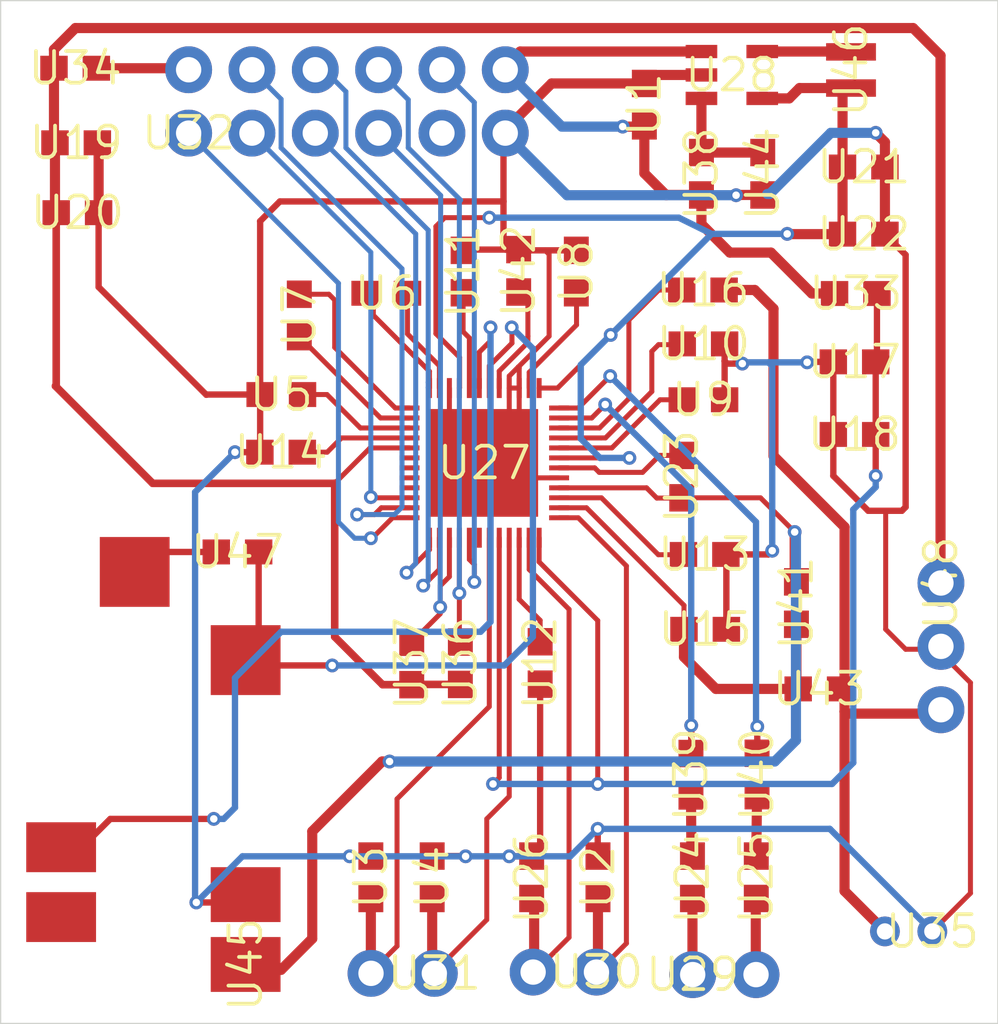
<source format=kicad_pcb>
(kicad_pcb (version 20221018) (generator pcbnew)
  (layers (0 "F.Cu" signal "Top") (31 "B.Cu" signal "Bottom") (34 "B.Paste" user) (35 "F.Paste" user) (36 "B.SilkS" user "B.Silkscreen") (37 "F.SilkS" user "F.Silkscreen") (38 "B.Mask" user) (39 "F.Mask" user) (44 "Edge.Cuts" user))
  (net 0 "")
  (net 1 "GND")
  (net 2 "3.3V")
  (net 3 "5V")
  (net 4 "/SPKVDD")
  (net 5 "/SPOLN")
  (net 6 "Net-(C20-Pad2)")
  (net 7 "/SPORP")
  (net 8 "/SPORN")
  (net 9 "Net-(IC1-Pad42)")
  (net 10 "/XAUDIO_IRQ")
  (net 11 "/XAUDIO_SDA")
  (net 12 "/XADUIO_SCL")
  (net 13 "/XAUDIO_I2S0_MCLK")
  (net 14 "/XADUIO_I2S0_BCLK")
  (net 15 "/XADUIO_I2S0_LRCKL")
  (net 16 "/XAUDIO_I2S0_DIN")
  (net 17 "/XAUDIO_I2S0_DOUT")
  (net 18 "Net-(IC1-Pad33)")
  (net 19 "Net-(IC1-Pad32)")
  (net 20 "Net-(IC1-Pad31)")
  (net 21 "Net-(IC1-Pad30)")
  (net 22 "/3.3VDD")
  (net 23 "Net-(C22-Pad2)")
  (net 24 "Net-(C14-Pad1)")
  (net 25 "Net-(C16-Pad2)")
  (net 26 "Net-(C16-Pad1)")
  (net 27 "Net-(C15-Pad1)")
  (net 28 "Net-(C15-Pad2)")
  (net 29 "/1.8VDD")
  (net 30 "Net-(C2-Pad1)")
  (net 31 "/HPOR")
  (net 32 "/HPOL")
  (net 33 "/CPVREF")
  (net 34 "Net-(C17-Pad2)")
  (net 35 "/LOUTR")
  (net 36 "/LOUTL")
  (net 37 "Net-(C24-Pad2)")
  (net 38 "Net-(C19-Pad2)")
  (net 39 "Net-(C18-Pad2)")
  (net 40 "Net-(C6-Pad2)")
  (net 41 "/IN1P")
  (net 42 "Net-(C21-Pad2)")
  (net 43 "/MICBIAS1")
  (net 44 "/SPOLP")
  (net 45 "/IN2P")
  (net 46 "Net-(U1-Pad6)")
  (net 47 "Net-(R10-Pad2)")
  (net 48 "Net-(C8-Pad2)")
  (net 49 "Net-(C7-Pad2)")
  (net 50 "Net-(J4-Pad9)")
  (net 51 "Net-(C7-Pad1)")
  (net 52 "Net-(C8-Pad1)")
  (net 53 "Net-(IC2-Pad5)")
  (net 54 "Net-(IC2-Pad3)")
  (footprint "audioCodec:0603" (layer "F.Cu") (at 154.3211 88.6736 -90)
    (fp_text reference "U1")
    (fp_text value "")
  )
  (footprint "audioCodec:0603" (layer "F.Cu") (at 152.4611 119.6436 90)
    (fp_text reference "U2")
    (fp_text value "")
  )
  (footprint "audioCodec:0603" (layer "F.Cu") (at 143.3511 119.6436 90)
    (fp_text reference "U3")
    (fp_text value "")
  )
  (footprint "audioCodec:0603" (layer "F.Cu") (at 145.8111 119.6436 90)
    (fp_text reference "U4")
    (fp_text value "")
  )
  (footprint "audioCodec:0603" (layer "F.Cu") (at 139.7611 100.2936 180)
    (fp_text reference "U5")
    (fp_text value "")
  )
  (footprint "audioCodec:0603" (layer "F.Cu") (at 143.9711 96.2336)
    (fp_text reference "U6")
    (fp_text value "")
  )
  (footprint "audioCodec:0603" (layer "F.Cu") (at 140.4811 97.1236 -90)
    (fp_text reference "U7")
    (fp_text value "")
  )
  (footprint "audioCodec:0603" (layer "F.Cu") (at 151.5911 95.3636 -90)
    (fp_text reference "U8")
    (fp_text value "")
  )
  (footprint "audioCodec:0603" (layer "F.Cu") (at 156.6911 100.5036 180)
    (fp_text reference "U9")
    (fp_text value "")
  )
  (footprint "audioCodec:0603" (layer "F.Cu") (at 156.6911 98.2636 180)
    (fp_text reference "U10")
    (fp_text value "")
  )
  (footprint "audioCodec:0603" (layer "F.Cu") (at 147.0511 95.3636 90)
    (fp_text reference "U11")
    (fp_text value "")
  )
  (footprint "audioCodec:0603" (layer "F.Cu") (at 150.1411 111.0536 90)
    (fp_text reference "U12")
    (fp_text value "")
  )
  (footprint "audioCodec:0603" (layer "F.Cu") (at 156.7411 106.7036 180)
    (fp_text reference "U13")
    (fp_text value "")
  )
  (footprint "audioCodec:0603" (layer "F.Cu") (at 139.7511 102.6036)
    (fp_text reference "U14")
    (fp_text value "")
  )
  (footprint "audioCodec:0603" (layer "F.Cu") (at 156.7611 109.7036 180)
    (fp_text reference "U15")
    (fp_text value "")
  )
  (footprint "audioCodec:0603" (layer "F.Cu") (at 156.6711 96.1036 180)
    (fp_text reference "U16")
    (fp_text value "")
  )
  (footprint "audioCodec:0603" (layer "F.Cu") (at 162.7511 98.9836 180)
    (fp_text reference "U17")
    (fp_text value "")
  )
  (footprint "audioCodec:0603" (layer "F.Cu") (at 162.7511 101.8936 180)
    (fp_text reference "U18")
    (fp_text value "")
  )
  (footprint "audioCodec:0603" (layer "F.Cu") (at 131.5311 90.2036)
    (fp_text reference "U19")
    (fp_text value "")
  )
  (footprint "audioCodec:0603" (layer "F.Cu") (at 131.5811 93.0036)
    (fp_text reference "U20")
    (fp_text value "")
  )
  (footprint "audioCodec:0603" (layer "F.Cu") (at 163.1211 91.1736)
    (fp_text reference "U21")
    (fp_text value "")
  )
  (footprint "audioCodec:0603" (layer "F.Cu") (at 163.1211 93.8636)
    (fp_text reference "U22")
    (fp_text value "")
  )
  (footprint "audioCodec:0603" (layer "F.Cu") (at 155.8211 103.5836 90)
    (fp_text reference "U23")
    (fp_text value "")
  )
  (footprint "audioCodec:0603" (layer "F.Cu") (at 156.2511 119.6436 -90)
    (fp_text reference "U24")
    (fp_text value "")
  )
  (footprint "audioCodec:0603" (layer "F.Cu") (at 158.8111 119.6436 -90)
    (fp_text reference "U25")
    (fp_text value "")
  )
  (footprint "audioCodec:0603" (layer "F.Cu") (at 149.8011 119.6436 90)
    (fp_text reference "U26")
    (fp_text value "")
  )
  (footprint "audioCodec:QFN50P700X700X100-49N" (layer "F.Cu") (at 147.9011 103.0336 180)
    (fp_text reference "U27")
    (fp_text value "")
  )
  (footprint "audioCodec:SOT95P284X122-5N" (layer "F.Cu") (at 157.8311 87.4836)
    (fp_text reference "U28")
    (fp_text value "")
  )
  (footprint "audioCodec:1X02" (layer "F.Cu") (at 157.5308 123.5456)
    (fp_text reference "U29")
    (fp_text value "")
  )
  (footprint "audioCodec:1X02" (layer "F.Cu") (at 151.13 123.444 180)
    (fp_text reference "U30")
    (fp_text value "")
  )
  (footprint "audioCodec:1X02" (layer "F.Cu") (at 144.6276 123.4948 180)
    (fp_text reference "U31")
    (fp_text value "")
  )
  (footprint "audioCodec:2X6" (layer "F.Cu") (at 142.3924 88.5444)
    (fp_text reference "U32")
    (fp_text value "")
  )
  (footprint "audioCodec:0603" (layer "F.Cu") (at 162.8011 96.2436 180)
    (fp_text reference "U33")
    (fp_text value "")
  )
  (footprint "audioCodec:0603" (layer "F.Cu") (at 131.4911 87.2136)
    (fp_text reference "U34")
    (fp_text value "")
  )
  (footprint "audioCodec:CMC-2242PBL-A" (layer "F.Cu") (at 165.8711 121.8136 180)
    (fp_text reference "U35")
    (fp_text value "")
  )
  (footprint "audioCodec:0603" (layer "F.Cu") (at 146.9411 111.0636 90)
    (fp_text reference "U36")
    (fp_text value "")
  )
  (footprint "audioCodec:0603" (layer "F.Cu") (at 144.9911 111.0736 90)
    (fp_text reference "U37")
    (fp_text value "")
  )
  (footprint "audioCodec:0603" (layer "F.Cu") (at 156.6111 91.4436 90)
    (fp_text reference "U38")
    (fp_text value "")
  )
  (footprint "audioCodec:0603" (layer "F.Cu") (at 156.1911 115.5336 -90)
    (fp_text reference "U39")
    (fp_text value "")
  )
  (footprint "audioCodec:0603" (layer "F.Cu") (at 158.8411 115.5236 -90)
    (fp_text reference "U40")
    (fp_text value "")
  )
  (footprint "audioCodec:0603" (layer "F.Cu") (at 160.4211 108.6536 90)
    (fp_text reference "U41")
    (fp_text value "")
  )
  (footprint "audioCodec:0603" (layer "F.Cu") (at 149.2811 95.3336 90)
    (fp_text reference "U42")
    (fp_text value "")
  )
  (footprint "audioCodec:0603" (layer "F.Cu") (at 161.3411 112.0936)
    (fp_text reference "U43")
    (fp_text value "")
  )
  (footprint "audioCodec:0603" (layer "F.Cu") (at 159.0711 91.4436 90)
    (fp_text reference "U44")
    (fp_text value "")
  )
  (footprint "audioCodec:SJ-43514-SMT-TR" (layer "F.Cu") (at 134.5184 115.5192 90)
    (fp_text reference "U45")
    (fp_text value "")
  )
  (footprint "audioCodec:NRH2412T2R2MNGH" (layer "F.Cu") (at 162.6111 87.2836 -90)
    (fp_text reference "U46")
    (fp_text value "")
  )
  (footprint "audioCodec:0603" (layer "F.Cu") (at 138.0011 106.6036 180)
    (fp_text reference "U47")
    (fp_text value "")
  )
  (footprint "audioCodec:1X03" (layer "F.Cu") (at 166.2176 110.3884 -90)
    (fp_text reference "U48")
    (fp_text value "")
  )
  (gr_line (start 128.5011 84.5036) (end 128.5011 125.5036) (stroke (width 0.05)) (layer "Edge.Cuts"))
  (gr_line (start 168.5011 125.5036) (end 168.5011 84.5036) (stroke (width 0.05)) (layer "Edge.Cuts"))
  (gr_line (start 128.5011 125.5036) (end 168.5011 125.5036) (stroke (width 0.05)) (layer "Edge.Cuts"))
  (gr_line (start 168.5011 84.5036) (end 128.5011 84.5036) (stroke (width 0.05)) (layer "Edge.Cuts"))
  (segment (start 142.5111 118.7936) (end 142.5011 118.8036) (width 0.254) (layer "F.Cu") (net 1))
  (segment (start 150.6011 87.8236) (end 148.6711 89.7536) (width 0.4064) (layer "F.Cu") (net 1))
  (segment (start 132.4311 95.9836) (end 136.7511 100.3036) (width 0.254) (layer "F.Cu") (net 1))
  (segment (start 148.5311 103.6636) (end 147.9011 103.0336) (width 0.2) (layer "F.Cu") (net 1))
  (segment (start 136.7511 100.3036) (end 136.7611 100.2936) (width 0.254) (layer "F.Cu") (net 1))
  (segment (start 148.6711 89.7536) (end 148.6711 92.5536) (width 0.254) (layer "F.Cu") (net 1))
  (segment (start 161.9011 101.8936) (end 161.9011 98.9836) (width 0.254) (layer "F.Cu") (net 1))
  (segment (start 150.1411 118.4536) (end 149.8011 118.7936) (width 0.254) (layer "F.Cu") (net 1))
  (segment (start 137.8011 102.6036) (end 137.9011 102.6036) (width 0.254) (layer "F.Cu") (net 1))
  (segment (start 149.6511 101.2836) (end 149.3011 101.6336) (width 0.2) (layer "F.Cu") (net 1))
  (segment (start 132.4311 90.2536) (end 132.3811 90.2036) (width 0.4064) (layer "F.Cu") (net 1))
  (segment (start 154.6611 87.4836) (end 154.3211 87.8236) (width 0.4064) (layer "F.Cu") (net 1))
  (segment (start 149.2811 94.4836) (end 148.7511 94.4836) (width 0.254) (layer "F.Cu") (net 1))
  (segment (start 146.1511 101.2836) (end 146.3961 101.5286) (width 0.2) (layer "F.Cu") (net 1))
  (segment (start 148.6511 103.7836) (end 148.5311 103.6636) (width 0.2) (layer "F.Cu") (net 1))
  (segment (start 139.7011 92.5536) (end 146.1011 92.5536) (width 0.254) (layer "F.Cu") (net 1))
  (segment (start 132.4311 93.0036) (end 132.4311 95.9836) (width 0.254) (layer "F.Cu") (net 1))
  (segment (start 151.5911 94.5136) (end 150.3411 94.5136) (width 0.254) (layer "F.Cu") (net 1))
  (segment (start 138.9011 102.6036) (end 137.9011 102.6036) (width 0.254) (layer "F.Cu") (net 1))
  (segment (start 138.9111 100.2936) (end 138.9111 102.5936) (width 0.254) (layer "F.Cu") (net 1))
  (segment (start 164.0011 104.9536) (end 164.6511 104.9536) (width 0.254) (layer "F.Cu") (net 1))
  (segment (start 138.9111 102.5936) (end 138.9011 102.6036) (width 0.254) (layer "F.Cu") (net 1))
  (segment (start 161.9011 103.5536) (end 163.3011 104.9536) (width 0.254) (layer "F.Cu") (net 1))
  (segment (start 164.6511 104.9536) (end 164.8011 104.8036) (width 0.254) (layer "F.Cu") (net 1))
  (segment (start 150.1411 111.9036) (end 150.1411 118.4536) (width 0.254) (layer "F.Cu") (net 1))
  (segment (start 148.9911 101.9436) (end 147.9011 103.0336) (width 0.2) (layer "F.Cu") (net 1))
  (segment (start 148.6711 94.4036) (end 148.7511 94.4836) (width 0.254) (layer "F.Cu") (net 1))
  (segment (start 147.0811 94.4836) (end 147.0511 94.5136) (width 0.254) (layer "F.Cu") (net 1))
  (segment (start 138.9111 100.2936) (end 138.9111 93.3436) (width 0.254) (layer "F.Cu") (net 1))
  (segment (start 154.3211 87.8236) (end 150.6011 87.8236) (width 0.4064) (layer "F.Cu") (net 1))
  (segment (start 148.7511 94.4836) (end 147.0811 94.4836) (width 0.254) (layer "F.Cu") (net 1))
  (segment (start 149.3111 94.5136) (end 149.2811 94.4836) (width 0.254) (layer "F.Cu") (net 1))
  (segment (start 136.7611 100.2936) (end 138.9111 100.2936) (width 0.254) (layer "F.Cu") (net 1))
  (segment (start 150.3411 94.5136) (end 149.3111 94.5136) (width 0.254) (layer "F.Cu") (net 1))
  (segment (start 136.3511 120.6536) (end 138.3311 120.6536) (width 0.254) (layer "F.Cu") (net 1))
  (segment (start 138.3311 120.6536) (end 138.4311 120.5536) (width 0.254) (layer "F.Cu") (net 1))
  (segment (start 143.3511 118.7936) (end 142.5111 118.7936) (width 0.254) (layer "F.Cu") (net 1))
  (segment (start 148.6711 92.5536) (end 148.6711 94.4036) (width 0.254) (layer "F.Cu") (net 1))
  (segment (start 149.3011 101.6336) (end 148.9911 101.9436) (width 0.2) (layer "F.Cu") (net 1))
  (segment (start 138.9111 93.3436) (end 139.7011 92.5536) (width 0.254) (layer "F.Cu") (net 1))
  (segment (start 163.3011 104.9536) (end 164.0011 104.9536) (width 0.254) (layer "F.Cu") (net 1))
  (segment (start 146.1011 92.5536) (end 148.6711 92.5536) (width 0.254) (layer "F.Cu") (net 1))
  (segment (start 146.3961 101.5286) (end 147.9011 103.0336) (width 0.2) (layer "F.Cu") (net 1))
  (segment (start 132.4311 93.0036) (end 132.4311 90.2536) (width 0.4064) (layer "F.Cu") (net 1))
  (segment (start 156.6119 87.4836) (end 154.6611 87.4836) (width 0.4064) (layer "F.Cu") (net 1))
  (segment (start 161.9011 101.8936) (end 161.9011 103.5536) (width 0.254) (layer "F.Cu") (net 1))
  (segment (start 149.3011 100.0336) (end 148.9011 100.0336) (width 0.2) (layer "F.Cu") (net 1))
  (segment (start 149.3011 99.2236) (end 149.2661 99.1886) (width 0.2) (layer "F.Cu") (net 1))
  (segment (start 148.9011 100.0336) (end 148.9011 101.8536) (width 0.2) (layer "F.Cu") (net 1))
  (segment (start 157.6111 106.7236) (end 157.5911 106.7036) (width 0.254) (layer "F.Cu") (net 1))
  (segment (start 146.5011 100.0336) (end 146.5011 101.4236) (width 0.2) (layer "F.Cu") (net 1))
  (segment (start 148.9011 100.0336) (end 148.9011 99.5536) (width 0.2) (layer "F.Cu") (net 1))
  (segment (start 157.5911 106.7036) (end 159.3011 106.7036) (width 0.254) (layer "F.Cu") (net 1))
  (segment (start 159.0711 92.2936) (end 158.1111 92.2936) (width 0.4064) (layer "F.Cu") (net 1))
  (segment (start 148.9011 101.8536) (end 148.9911 101.9436) (width 0.2) (layer "F.Cu") (net 1))
  (segment (start 149.3011 100.0336) (end 149.3011 101.6336) (width 0.2) (layer "F.Cu") (net 1))
  (segment (start 149.7911 118.8036) (end 149.8011 118.7936) (width 0.254) (layer "F.Cu") (net 1))
  (segment (start 158.1111 92.2936) (end 158.1011 92.3036) (width 0.4064) (layer "F.Cu") (net 1))
  (segment (start 158.1011 92.3036) (end 158.0011 92.3036) (width 0.4064) (layer "F.Cu") (net 1))
  (segment (start 164.0011 109.7036) (end 164.8011 110.5036) (width 0.2) (layer "F.Cu") (net 1))
  (segment (start 166.1011 110.5436) (end 167.4011 111.8436) (width 0.2) (layer "F.Cu") (net 1))
  (segment (start 146.5011 101.4236) (end 146.3961 101.5286) (width 0.2) (layer "F.Cu") (net 1))
  (segment (start 157.5411 98.9536) (end 157.5411 100.5036) (width 0.254) (layer "F.Cu") (net 1))
  (segment (start 148.9011 118.8036) (end 149.7911 118.8036) (width 0.254) (layer "F.Cu") (net 1))
  (segment (start 157.5411 98.2636) (end 157.5411 98.9536) (width 0.254) (layer "F.Cu") (net 1))
  (segment (start 157.6111 109.7036) (end 157.6111 106.7236) (width 0.254) (layer "F.Cu") (net 1))
  (segment (start 161.9011 98.9836) (end 160.8711 98.9836) (width 0.254) (layer "F.Cu") (net 1))
  (segment (start 152.4511 117.7036) (end 152.4511 118.7836) (width 0.254) (layer "F.Cu") (net 1))
  (segment (start 160.8711 98.9836) (end 160.8511 99.0036) (width 0.254) (layer "F.Cu") (net 1))
  (segment (start 152.4511 118.7836) (end 152.4611 118.7936) (width 0.254) (layer "F.Cu") (net 1))
  (segment (start 147.1411 118.7936) (end 145.8111 118.7936) (width 0.254) (layer "F.Cu") (net 1))
  (segment (start 158.2511 99.0536) (end 157.6411 99.0536) (width 0.254) (layer "F.Cu") (net 1))
  (segment (start 159.3011 106.7036) (end 159.4511 106.5536) (width 0.254) (layer "F.Cu") (net 1))
  (segment (start 146.1511 92.6036) (end 146.1011 92.5536) (width 0.254) (layer "F.Cu") (net 1))
  (segment (start 164.0011 104.9536) (end 164.0011 109.7036) (width 0.2) (layer "F.Cu") (net 1))
  (segment (start 164.8011 110.5036) (end 166.0611 110.5036) (width 0.2) (layer "F.Cu") (net 1))
  (segment (start 166.0611 110.5036) (end 166.1011 110.5436) (width 0.2) (layer "F.Cu") (net 1))
  (segment (start 167.4011 120.2836) (end 165.8711 121.8136) (width 0.2) (layer "F.Cu") (net 1))
  (segment (start 167.4011 111.8436) (end 167.4011 120.2836) (width 0.2) (layer "F.Cu") (net 1))
  (segment (start 148.9011 99.5536) (end 149.2661 99.1886) (width 0.2) (layer "F.Cu") (net 1))
  (segment (start 157.6411 99.0536) (end 157.5411 98.9536) (width 0.254) (layer "F.Cu") (net 1))
  (segment (start 149.2661 99.1886) (end 150.5011 97.9536) (width 0.2) (layer "F.Cu") (net 1))
  (segment (start 150.5011 97.9536) (end 150.5011 94.6736) (width 0.2) (layer "F.Cu") (net 1))
  (segment (start 147.1511 118.8036) (end 147.1411 118.7936) (width 0.254) (layer "F.Cu") (net 1))
  (segment (start 150.5011 94.6736) (end 150.3411 94.5136) (width 0.2) (layer "F.Cu") (net 1))
  (segment (start 149.3011 100.0336) (end 149.3011 99.2236) (width 0.2) (layer "F.Cu") (net 1))
  (segment (start 164.8011 104.8036) (end 164.8011 94.6936) (width 0.254) (layer "F.Cu") (net 1))
  (segment (start 163.9711 90.1736) (end 163.6011 89.8036) (width 0.4064) (layer "F.Cu") (net 1))
  (segment (start 163.9711 91.1736) (end 163.9711 90.1736) (width 0.4064) (layer "F.Cu") (net 1))
  (segment (start 164.8011 94.6936) (end 163.9711 93.8636) (width 0.254) (layer "F.Cu") (net 1))
  (segment (start 150.9011 103.6336) (end 148.5611 103.6336) (width 0.2) (layer "F.Cu") (net 1))
  (segment (start 148.5611 103.6336) (end 148.5311 103.6636) (width 0.2) (layer "F.Cu") (net 1))
  (segment (start 163.9711 91.1736) (end 163.9711 93.8636) (width 0.4064) (layer "F.Cu") (net 1))
  (via (at 147.1511 118.8036) (size 0.554) (drill 0.3) (layers "F.Cu" "B.Cu") (net 1))
  (via (at 137.9011 102.6036) (size 0.554) (drill 0.3) (layers "F.Cu" "B.Cu") (net 1))
  (via (at 136.3511 120.6536) (size 0.554) (drill 0.3) (layers "F.Cu" "B.Cu") (net 1))
  (via (at 142.5011 118.8036) (size 0.554) (drill 0.3) (layers "F.Cu" "B.Cu") (net 1))
  (via (at 159.4511 106.5536) (size 0.554) (drill 0.3) (layers "F.Cu" "B.Cu") (net 1))
  (via (at 160.8511 99.0036) (size 0.554) (drill 0.3) (layers "F.Cu" "B.Cu") (net 1))
  (via (at 148.9011 118.8036) (size 0.554) (drill 0.3) (layers "F.Cu" "B.Cu") (net 1))
  (via (at 158.2511 99.0536) (size 0.554) (drill 0.3) (layers "F.Cu" "B.Cu") (net 1))
  (via (at 163.6011 89.8036) (size 0.554) (drill 0.3) (layers "F.Cu" "B.Cu") (net 1))
  (via (at 152.4511 117.7036) (size 0.554) (drill 0.3) (layers "F.Cu" "B.Cu") (net 1))
  (via (at 158.0011 92.3036) (size 0.554) (drill 0.3) (layers "F.Cu" "B.Cu") (net 1))
  (segment (start 142.5011 118.8036) (end 147.1511 118.8036) (width 0.254) (layer "B.Cu") (net 1))
  (segment (start 137.9011 102.6036) (end 136.3011 104.2036) (width 0.254) (layer "B.Cu") (net 1))
  (segment (start 136.3011 104.2036) (end 136.3011 120.6536) (width 0.254) (layer "B.Cu") (net 1))
  (segment (start 136.3011 120.6536) (end 136.3511 120.6536) (width 0.254) (layer "B.Cu") (net 1))
  (segment (start 142.5011 118.8036) (end 138.2011 118.8036) (width 0.254) (layer "B.Cu") (net 1))
  (segment (start 138.2011 118.8036) (end 136.3511 120.6536) (width 0.254) (layer "B.Cu") (net 1))
  (segment (start 159.3511 92.2536) (end 159.2511 92.2536) (width 0.4064) (layer "B.Cu") (net 1))
  (segment (start 147.1511 118.8036) (end 148.9011 118.8036) (width 0.254) (layer "B.Cu") (net 1))
  (segment (start 159.4511 99.1536) (end 159.3011 99.0036) (width 0.254) (layer "B.Cu") (net 1))
  (segment (start 151.2211 92.3036) (end 148.6711 89.7536) (width 0.4064) (layer "B.Cu") (net 1))
  (segment (start 152.4511 117.7036) (end 161.7611 117.7036) (width 0.254) (layer "B.Cu") (net 1))
  (segment (start 158.2011 99.0536) (end 158.2511 99.0536) (width 0.254) (layer "B.Cu") (net 1))
  (segment (start 163.6011 89.8036) (end 161.8011 89.8036) (width 0.4064) (layer "B.Cu") (net 1))
  (segment (start 148.9011 118.8036) (end 151.3511 118.8036) (width 0.254) (layer "B.Cu") (net 1))
  (segment (start 159.3011 99.0036) (end 158.2511 99.0036) (width 0.254) (layer "B.Cu") (net 1))
  (segment (start 158.2511 99.0036) (end 158.2011 99.0536) (width 0.254) (layer "B.Cu") (net 1))
  (segment (start 160.8511 99.0036) (end 159.3011 99.0036) (width 0.254) (layer "B.Cu") (net 1))
  (segment (start 158.0011 92.3036) (end 151.2211 92.3036) (width 0.4064) (layer "B.Cu") (net 1))
  (segment (start 159.4511 106.5536) (end 159.4511 99.1536) (width 0.254) (layer "B.Cu") (net 1))
  (segment (start 161.8011 89.8036) (end 159.3511 92.2536) (width 0.4064) (layer "B.Cu") (net 1))
  (segment (start 151.3511 118.8036) (end 152.4511 117.7036) (width 0.254) (layer "B.Cu") (net 1))
  (segment (start 161.7611 117.7036) (end 165.8711 121.8136) (width 0.254) (layer "B.Cu") (net 1))
  (segment (start 135.9711 87.2136) (end 132.3411 87.2136) (width 0.4064) (layer "F.Cu") (net 2))
  (segment (start 161.0411 96.2436) (end 161.9511 96.2436) (width 0.4064) (layer "F.Cu") (net 3))
  (segment (start 153.4511 89.5536) (end 154.2911 89.5536) (width 0.4064) (layer "F.Cu") (net 3))
  (segment (start 157.7511 94.6036) (end 159.4011 94.6036) (width 0.4064) (layer "F.Cu") (net 3))
  (segment (start 149.3409 86.5438) (end 148.6711 87.2136) (width 0.4064) (layer "F.Cu") (net 3))
  (segment (start 156.6119 86.5438) (end 149.3409 86.5438) (width 0.4064) (layer "F.Cu") (net 3))
  (segment (start 156.6111 92.2936) (end 156.6111 93.4636) (width 0.4064) (layer "F.Cu") (net 3))
  (segment (start 154.2911 89.5536) (end 154.3211 89.5236) (width 0.4064) (layer "F.Cu") (net 3))
  (segment (start 155.2011 92.3036) (end 155.2111 92.2936) (width 0.4064) (layer "F.Cu") (net 3))
  (segment (start 154.3211 89.5236) (end 154.3211 91.4236) (width 0.4064) (layer "F.Cu") (net 3))
  (segment (start 154.3211 91.4236) (end 155.2011 92.3036) (width 0.4064) (layer "F.Cu") (net 3))
  (segment (start 159.4011 94.6036) (end 161.0411 96.2436) (width 0.4064) (layer "F.Cu") (net 3))
  (segment (start 155.2111 92.2936) (end 156.6111 92.2936) (width 0.4064) (layer "F.Cu") (net 3))
  (segment (start 156.6111 93.4636) (end 157.7511 94.6036) (width 0.4064) (layer "F.Cu") (net 3))
  (via (at 153.4511 89.5536) (size 0.554) (drill 0.3) (layers "F.Cu" "B.Cu") (net 3))
  (segment (start 148.6711 87.2136) (end 151.0111 89.5536) (width 0.4064) (layer "B.Cu") (net 3))
  (segment (start 151.0111 89.5536) (end 153.4511 89.5536) (width 0.4064) (layer "B.Cu") (net 3))
  (segment (start 163.6511 96.2436) (end 163.6511 98.9336) (width 0.254) (layer "F.Cu") (net 4))
  (segment (start 163.6511 98.9336) (end 163.6011 98.9836) (width 0.254) (layer "F.Cu") (net 4))
  (segment (start 163.6011 98.9836) (end 163.6011 101.8936) (width 0.254) (layer "F.Cu") (net 4))
  (segment (start 163.6011 103.5536) (end 163.6011 101.8936) (width 0.254) (layer "F.Cu") (net 4))
  (segment (start 148.5011 106.0336) (end 148.5011 115.6536) (width 0.2) (layer "F.Cu") (net 4))
  (segment (start 148.5011 115.6536) (end 148.2511 115.9036) (width 0.2) (layer "F.Cu") (net 4))
  (segment (start 152.4511 115.9036) (end 152.4511 109.3536) (width 0.2) (layer "F.Cu") (net 4))
  (segment (start 152.4511 109.3536) (end 150.1011 107.0036) (width 0.2) (layer "F.Cu") (net 4))
  (segment (start 150.1011 107.0036) (end 150.1011 106.0336) (width 0.2) (layer "F.Cu") (net 4))
  (via (at 163.6011 103.5536) (size 0.554) (drill 0.3) (layers "F.Cu" "B.Cu") (net 4))
  (via (at 152.4511 115.9036) (size 0.554) (drill 0.3) (layers "F.Cu" "B.Cu") (net 4))
  (via (at 148.2511 115.9036) (size 0.554) (drill 0.3) (layers "F.Cu" "B.Cu") (net 4))
  (segment (start 161.8511 115.9036) (end 152.4511 115.9036) (width 0.254) (layer "B.Cu") (net 4))
  (segment (start 148.2511 115.9036) (end 152.4511 115.9036) (width 0.254) (layer "B.Cu") (net 4))
  (segment (start 161.8511 115.9036) (end 162.7011 115.0536) (width 0.254) (layer "B.Cu") (net 4))
  (segment (start 162.7011 115.0536) (end 162.7011 104.9036) (width 0.254) (layer "B.Cu") (net 4))
  (segment (start 162.7011 104.9036) (end 163.6011 104.0036) (width 0.254) (layer "B.Cu") (net 4))
  (segment (start 163.6011 104.0036) (end 163.6011 103.5536) (width 0.254) (layer "B.Cu") (net 4))
  (segment (start 149.7011 106.0336) (end 149.7011 107.3036) (width 0.2) (layer "F.Cu") (net 5))
  (segment (start 149.7011 107.3036) (end 151.3011 108.9036) (width 0.2) (layer "F.Cu") (net 5))
  (segment (start 151.3011 108.9036) (end 151.3011 122.0536) (width 0.2) (layer "F.Cu") (net 5))
  (segment (start 149.9011 120.5936) (end 149.9011 123.4536) (width 0.4064) (layer "F.Cu") (net 5))
  (segment (start 149.8011 120.4936) (end 149.9011 120.5936) (width 0.4064) (layer "F.Cu") (net 5))
  (segment (start 151.3011 122.0536) (end 149.9011 123.4536) (width 0.2) (layer "F.Cu") (net 5))
  (segment (start 149.3011 108.5036) (end 150.1411 109.3436) (width 0.2) (layer "F.Cu") (net 6))
  (segment (start 150.1411 109.3436) (end 150.1411 110.2036) (width 0.2) (layer "F.Cu") (net 6))
  (segment (start 149.3011 106.0336) (end 149.3011 108.5036) (width 0.2) (layer "F.Cu") (net 6))
  (segment (start 148.0011 117.3036) (end 148.0011 121.3436) (width 0.2) (layer "F.Cu") (net 7))
  (segment (start 148.0011 121.3436) (end 145.8911 123.4536) (width 0.2) (layer "F.Cu") (net 7))
  (segment (start 148.9011 106.0336) (end 148.9011 116.4036) (width 0.2) (layer "F.Cu") (net 7))
  (segment (start 148.9011 116.4036) (end 148.0011 117.3036) (width 0.2) (layer "F.Cu") (net 7))
  (segment (start 145.8111 123.3736) (end 145.8911 123.4536) (width 0.4064) (layer "F.Cu") (net 7))
  (segment (start 145.8111 120.4936) (end 145.8111 123.3736) (width 0.4064) (layer "F.Cu") (net 7))
  (segment (start 144.4011 122.4036) (end 143.3511 123.4536) (width 0.2) (layer "F.Cu") (net 8))
  (segment (start 148.1011 112.8036) (end 144.4011 116.5036) (width 0.2) (layer "F.Cu") (net 8))
  (segment (start 143.3511 120.4936) (end 143.3511 123.4536) (width 0.4064) (layer "F.Cu") (net 8))
  (segment (start 148.1011 106.0336) (end 148.1011 112.8036) (width 0.2) (layer "F.Cu") (net 8))
  (segment (start 144.4011 116.5036) (end 144.4011 122.4036) (width 0.2) (layer "F.Cu") (net 8))
  (segment (start 147.3011 106.0336) (end 147.3011 106.9036) (width 0.2) (layer "F.Cu") (net 10))
  (segment (start 147.5011 107.1036) (end 147.5011 107.8036) (width 0.2) (layer "F.Cu") (net 10))
  (segment (start 147.3011 106.9036) (end 147.5011 107.1036) (width 0.2) (layer "F.Cu") (net 10))
  (via (at 147.5011 107.8036) (size 0.554) (drill 0.3) (layers "F.Cu" "B.Cu") (net 10))
  (segment (start 147.5011 88.5836) (end 146.1311 87.2136) (width 0.2) (layer "B.Cu") (net 10))
  (segment (start 147.5011 107.8036) (end 147.5011 88.5836) (width 0.2) (layer "B.Cu") (net 10))
  (segment (start 146.9011 108.2536) (end 146.9011 110.1736) (width 0.2) (layer "F.Cu") (net 11))
  (segment (start 146.9011 110.1736) (end 146.9411 110.2136) (width 0.2) (layer "F.Cu") (net 11))
  (segment (start 146.9011 106.0336) (end 146.9011 108.2536) (width 0.2) (layer "F.Cu") (net 11))
  (via (at 146.9011 108.2536) (size 0.554) (drill 0.3) (layers "F.Cu" "B.Cu") (net 11))
  (segment (start 146.9011 92.5536) (end 146.9511 92.5036) (width 0.2) (layer "B.Cu") (net 11))
  (segment (start 146.9511 92.5036) (end 144.8511 90.4036) (width 0.2) (layer "B.Cu") (net 11))
  (segment (start 146.9011 108.2536) (end 146.9011 92.5536) (width 0.2) (layer "B.Cu") (net 11))
  (segment (start 144.8511 88.4736) (end 143.5911 87.2136) (width 0.2) (layer "B.Cu") (net 11))
  (segment (start 144.8511 90.4036) (end 144.8511 88.4736) (width 0.2) (layer "B.Cu") (net 11))
  (segment (start 146.1311 107.9636) (end 146.1311 108.8136) (width 0.2) (layer "F.Cu") (net 12))
  (segment (start 146.5011 106.0336) (end 146.5011 107.5936) (width 0.2) (layer "F.Cu") (net 12))
  (segment (start 146.5011 107.5936) (end 146.1311 107.9636) (width 0.2) (layer "F.Cu") (net 12))
  (segment (start 146.1311 109.0836) (end 144.9911 110.2236) (width 0.2) (layer "F.Cu") (net 12))
  (segment (start 146.1311 108.8136) (end 146.1311 109.0836) (width 0.2) (layer "F.Cu") (net 12))
  (via (at 146.1311 108.8136) (size 0.554) (drill 0.3) (layers "F.Cu" "B.Cu") (net 12))
  (segment (start 146.1311 108.8136) (end 146.1511 92.3136) (width 0.2) (layer "B.Cu") (net 12))
  (segment (start 146.1511 92.3136) (end 143.5911 89.7536) (width 0.2) (layer "B.Cu") (net 12))
  (segment (start 146.1011 107.3036) (end 145.4511 107.9536) (width 0.2) (layer "F.Cu") (net 13))
  (segment (start 146.1011 106.0336) (end 146.1011 107.3036) (width 0.2) (layer "F.Cu") (net 13))
  (via (at 145.4511 107.9536) (size 0.554) (drill 0.3) (layers "F.Cu" "B.Cu") (net 13))
  (segment (start 145.6511 100.0136) (end 145.6511 99.8036) (width 0.2) (layer "B.Cu") (net 13))
  (segment (start 145.6511 107.7536) (end 145.6511 100.0136) (width 0.2) (layer "B.Cu") (net 13))
  (segment (start 145.6511 93.7036) (end 142.3511 90.4036) (width 0.2) (layer "B.Cu") (net 13))
  (segment (start 141.4111 87.2136) (end 141.0511 87.2136) (width 0.2) (layer "B.Cu") (net 13))
  (segment (start 145.4511 107.9536) (end 145.6511 107.7536) (width 0.2) (layer "B.Cu") (net 13))
  (segment (start 142.3511 90.4036) (end 142.3511 88.1536) (width 0.2) (layer "B.Cu") (net 13))
  (segment (start 142.3511 88.1536) (end 141.4111 87.2136) (width 0.2) (layer "B.Cu") (net 13))
  (segment (start 145.6511 99.8036) (end 145.6511 93.7036) (width 0.2) (layer "B.Cu") (net 13))
  (segment (start 145.7011 106.0336) (end 145.7011 106.5136) (width 0.2) (layer "F.Cu") (net 14))
  (segment (start 145.7011 106.5136) (end 144.7811 107.4336) (width 0.2) (layer "F.Cu") (net 14))
  (via (at 144.7811 107.4336) (size 0.554) (drill 0.3) (layers "F.Cu" "B.Cu") (net 14))
  (segment (start 145.1511 107.0636) (end 144.7811 107.4336) (width 0.2) (layer "B.Cu") (net 14))
  (segment (start 141.0511 89.7536) (end 145.1511 93.8536) (width 0.2) (layer "B.Cu") (net 14))
  (segment (start 145.1511 93.8536) (end 145.1511 107.0636) (width 0.2) (layer "B.Cu") (net 14))
  (segment (start 144.9011 105.2336) (end 144.2211 105.2336) (width 0.2) (layer "F.Cu") (net 15))
  (segment (start 143.3511 106.1036) (end 143.3511 106.0536) (width 0.2) (layer "F.Cu") (net 15))
  (segment (start 144.2211 105.2336) (end 143.3511 106.1036) (width 0.2) (layer "F.Cu") (net 15))
  (via (at 143.3511 106.0536) (size 0.554) (drill 0.3) (layers "F.Cu" "B.Cu") (net 15))
  (segment (start 143.3511 106.0536) (end 142.7011 106.0536) (width 0.2) (layer "B.Cu") (net 15))
  (segment (start 142.7011 106.0536) (end 142.0511 105.4036) (width 0.2) (layer "B.Cu") (net 15))
  (segment (start 142.0511 105.4036) (end 142.0511 95.8336) (width 0.2) (layer "B.Cu") (net 15))
  (segment (start 142.0511 95.8336) (end 135.9711 89.7536) (width 0.2) (layer "B.Cu") (net 15))
  (segment (start 143.5011 105.1036) (end 142.8011 105.1036) (width 0.2) (layer "F.Cu") (net 16))
  (segment (start 143.7711 104.8336) (end 143.5011 105.1036) (width 0.2) (layer "F.Cu") (net 16))
  (segment (start 144.9011 104.8336) (end 143.7711 104.8336) (width 0.2) (layer "F.Cu") (net 16))
  (via (at 142.8011 105.1036) (size 0.554) (drill 0.3) (layers "F.Cu" "B.Cu") (net 16))
  (segment (start 142.8011 105.1036) (end 144.3011 105.1036) (width 0.2) (layer "B.Cu") (net 16))
  (segment (start 144.6011 95.2536) (end 139.7511 90.4036) (width 0.2) (layer "B.Cu") (net 16))
  (segment (start 144.3011 105.1036) (end 144.6011 104.8036) (width 0.2) (layer "B.Cu") (net 16))
  (segment (start 144.6011 104.8036) (end 144.6011 95.2536) (width 0.2) (layer "B.Cu") (net 16))
  (segment (start 139.7511 88.4536) (end 138.5111 87.2136) (width 0.2) (layer "B.Cu") (net 16))
  (segment (start 139.7511 90.4036) (end 139.7511 88.4536) (width 0.2) (layer "B.Cu") (net 16))
  (segment (start 143.3811 104.4336) (end 143.3511 104.4036) (width 0.2) (layer "F.Cu") (net 17))
  (segment (start 144.9011 104.4336) (end 143.3811 104.4336) (width 0.2) (layer "F.Cu") (net 17))
  (via (at 143.3511 104.4036) (size 0.554) (drill 0.3) (layers "F.Cu" "B.Cu") (net 17))
  (segment (start 143.3511 94.5936) (end 138.5111 89.7536) (width 0.2) (layer "B.Cu") (net 17))
  (segment (start 143.3511 104.4036) (end 143.3511 94.5936) (width 0.2) (layer "B.Cu") (net 17))
  (segment (start 144.9011 102.4336) (end 143.3211 102.4336) (width 0.2) (layer "F.Cu") (net 22))
  (segment (start 143.8211 111.9236) (end 141.9011 110.0036) (width 0.3048) (layer "F.Cu") (net 22))
  (segment (start 166.1011 108.0036) (end 166.2011 107.9036) (width 0.4064) (layer "F.Cu") (net 22))
  (segment (start 145.0011 111.9136) (end 144.9911 111.9236) (width 0.3048) (layer "F.Cu") (net 22))
  (segment (start 144.9911 111.9236) (end 143.8211 111.9236) (width 0.3048) (layer "F.Cu") (net 22))
  (segment (start 130.6811 90.2036) (end 130.6811 93.2436) (width 0.4064) (layer "F.Cu") (net 22))
  (segment (start 131.5011 85.6036) (end 165.1011 85.6036) (width 0.4064) (layer "F.Cu") (net 22))
  (segment (start 141.9011 110.0036) (end 141.9011 103.8536) (width 0.3048) (layer "F.Cu") (net 22))
  (segment (start 166.2011 86.7036) (end 165.1011 85.6036) (width 0.4064) (layer "F.Cu") (net 22))
  (segment (start 134.6011 103.8536) (end 130.7011 99.9536) (width 0.3048) (layer "F.Cu") (net 22))
  (segment (start 130.6811 93.2436) (end 130.7311 93.0036) (width 0.4064) (layer "F.Cu") (net 22))
  (segment (start 130.6411 87.2136) (end 130.6411 90.1636) (width 0.4064) (layer "F.Cu") (net 22))
  (segment (start 130.7311 99.9236) (end 130.7311 93.0036) (width 0.3048) (layer "F.Cu") (net 22))
  (segment (start 130.6411 90.1636) (end 130.6811 90.2036) (width 0.4064) (layer "F.Cu") (net 22))
  (segment (start 141.9011 103.8536) (end 134.6011 103.8536) (width 0.3048) (layer "F.Cu") (net 22))
  (segment (start 130.6411 87.2136) (end 130.6411 86.4636) (width 0.4064) (layer "F.Cu") (net 22))
  (segment (start 166.2011 107.9036) (end 166.2011 86.7036) (width 0.4064) (layer "F.Cu") (net 22))
  (segment (start 130.7011 99.9536) (end 130.7311 99.9236) (width 0.3048) (layer "F.Cu") (net 22))
  (segment (start 143.3211 102.4336) (end 141.9011 103.8536) (width 0.2) (layer "F.Cu") (net 22))
  (segment (start 146.9411 111.9136) (end 145.0011 111.9136) (width 0.3048) (layer "F.Cu") (net 22))
  (segment (start 130.6411 86.4636) (end 131.5011 85.6036) (width 0.4064) (layer "F.Cu") (net 22))
  (segment (start 142.1711 102.0336) (end 141.6011 102.6036) (width 0.2) (layer "F.Cu") (net 23))
  (segment (start 141.6011 102.6036) (end 140.6011 102.6036) (width 0.2) (layer "F.Cu") (net 23))
  (segment (start 144.9011 102.0336) (end 142.1711 102.0336) (width 0.2) (layer "F.Cu") (net 23))
  (segment (start 141.5911 100.2936) (end 140.6111 100.2936) (width 0.2) (layer "F.Cu") (net 24))
  (segment (start 140.6211 100.3036) (end 140.6111 100.2936) (width 0.2) (layer "F.Cu") (net 24))
  (segment (start 144.9011 101.6336) (end 142.9311 101.6336) (width 0.2) (layer "F.Cu") (net 24))
  (segment (start 142.9311 101.6336) (end 141.5911 100.2936) (width 0.2) (layer "F.Cu") (net 24))
  (segment (start 143.7411 101.2336) (end 144.9011 101.2336) (width 0.2) (layer "F.Cu") (net 25))
  (segment (start 140.4811 97.9736) (end 143.7411 101.2336) (width 0.2) (layer "F.Cu") (net 25))
  (segment (start 141.9011 98.4036) (end 141.9011 96.5036) (width 0.2) (layer "F.Cu") (net 26))
  (segment (start 141.9011 96.5036) (end 141.6711 96.2736) (width 0.2) (layer "F.Cu") (net 26))
  (segment (start 144.3311 100.8336) (end 141.9011 98.4036) (width 0.2) (layer "F.Cu") (net 26))
  (segment (start 141.6711 96.2736) (end 140.4811 96.2736) (width 0.2) (layer "F.Cu") (net 26))
  (segment (start 144.9011 100.8336) (end 144.3311 100.8336) (width 0.2) (layer "F.Cu") (net 26))
  (segment (start 143.4511 96.5636) (end 143.1211 96.2336) (width 0.2) (layer "F.Cu") (net 27))
  (segment (start 143.4511 97.1136) (end 143.4511 96.5636) (width 0.2) (layer "F.Cu") (net 27))
  (segment (start 145.7011 99.3636) (end 143.4511 97.1136) (width 0.2) (layer "F.Cu") (net 27))
  (segment (start 145.7011 100.0336) (end 145.7011 99.3636) (width 0.2) (layer "F.Cu") (net 27))
  (segment (start 143.1011 96.2536) (end 143.1211 96.2336) (width 0.2) (layer "F.Cu") (net 27))
  (segment (start 144.8211 97.8636) (end 146.1011 99.1436) (width 0.2) (layer "F.Cu") (net 28))
  (segment (start 146.1011 99.1436) (end 146.1011 100.0336) (width 0.2) (layer "F.Cu") (net 28))
  (segment (start 144.8211 96.2336) (end 144.8211 97.8636) (width 0.2) (layer "F.Cu") (net 28))
  (segment (start 162.4111 88.0086) (end 162.6111 88.0086) (width 0.4064) (layer "F.Cu") (net 29))
  (segment (start 148.1011 93.2036) (end 146.3111 93.2036) (width 0.2) (layer "F.Cu") (net 29))
  (segment (start 160.5461 88.0086) (end 162.4111 88.0086) (width 0.4064) (layer "F.Cu") (net 29))
  (segment (start 162.2711 91.1736) (end 162.2711 88.1486) (width 0.4064) (layer "F.Cu") (net 29))
  (segment (start 162.2711 88.1486) (end 162.4111 88.0086) (width 0.4064) (layer "F.Cu") (net 29))
  (segment (start 145.9611 97.8536) (end 146.9111 98.8036) (width 0.2) (layer "F.Cu") (net 29))
  (segment (start 162.2711 91.1736) (end 162.2711 93.8636) (width 0.4064) (layer "F.Cu") (net 29))
  (segment (start 162.2711 93.8636) (end 160.0611 93.8636) (width 0.4064) (layer "F.Cu") (net 29))
  (segment (start 160.0611 93.8636) (end 160.0511 93.8536) (width 0.4064) (layer "F.Cu") (net 29))
  (segment (start 159.0503 88.4234) (end 160.1313 88.4234) (width 0.4064) (layer "F.Cu") (net 29))
  (segment (start 160.1313 88.4234) (end 160.5461 88.0086) (width 0.4064) (layer "F.Cu") (net 29))
  (segment (start 150.8411 100.0336) (end 152.9711 97.9036) (width 0.2) (layer "F.Cu") (net 29))
  (segment (start 146.3111 93.2036) (end 145.9611 93.5536) (width 0.2) (layer "F.Cu") (net 29))
  (segment (start 145.9611 93.5536) (end 145.9611 97.8536) (width 0.2) (layer "F.Cu") (net 29))
  (segment (start 146.9111 100.0236) (end 146.9011 100.0336) (width 0.2) (layer "F.Cu") (net 29))
  (segment (start 150.9011 102.8336) (end 153.7211 102.8336) (width 0.2) (layer "F.Cu") (net 29))
  (segment (start 150.1011 100.0336) (end 150.8411 100.0336) (width 0.2) (layer "F.Cu") (net 29))
  (segment (start 146.9111 98.8036) (end 146.9111 100.0236) (width 0.2) (layer "F.Cu") (net 29))
  (via (at 148.1011 93.2036) (size 0.554) (drill 0.3) (layers "F.Cu" "B.Cu") (net 29))
  (via (at 153.7211 102.8336) (size 0.554) (drill 0.3) (layers "F.Cu" "B.Cu") (net 29))
  (via (at 152.9711 97.9036) (size 0.554) (drill 0.3) (layers "F.Cu" "B.Cu") (net 29))
  (via (at 160.0511 93.8536) (size 0.554) (drill 0.3) (layers "F.Cu" "B.Cu") (net 29))
  (segment (start 151.7711 102.0636) (end 152.5411 102.8336) (width 0.254) (layer "B.Cu") (net 29))
  (segment (start 152.9711 97.9036) (end 151.7711 99.1036) (width 0.254) (layer "B.Cu") (net 29))
  (segment (start 148.1011 93.2036) (end 155.7011 93.2036) (width 0.254) (layer "B.Cu") (net 29))
  (segment (start 160.0511 93.8536) (end 157.0211 93.8536) (width 0.254) (layer "B.Cu") (net 29))
  (segment (start 152.5411 102.8336) (end 153.7211 102.8336) (width 0.254) (layer "B.Cu") (net 29))
  (segment (start 155.7011 93.2036) (end 157.0211 93.8536) (width 0.254) (layer "B.Cu") (net 29))
  (segment (start 157.0211 93.8536) (end 152.9711 97.9036) (width 0.254) (layer "B.Cu") (net 29))
  (segment (start 151.7711 99.1036) (end 151.7711 102.0636) (width 0.254) (layer "B.Cu") (net 29))
  (segment (start 147.3011 98.0236) (end 147.3011 100.0336) (width 0.2) (layer "F.Cu") (net 30))
  (segment (start 147.0511 97.7736) (end 147.3011 98.0236) (width 0.2) (layer "F.Cu") (net 30))
  (segment (start 147.1511 96.3136) (end 147.0511 96.2136) (width 0.2) (layer "F.Cu") (net 30))
  (segment (start 147.0511 96.2136) (end 147.0511 97.7736) (width 0.2) (layer "F.Cu") (net 30))
  (segment (start 148.1511 97.6036) (end 148.1511 98.1436) (width 0.2) (layer "F.Cu") (net 31))
  (segment (start 131.5511 118.6536) (end 131.0311 118.6536) (width 0.254) (layer "F.Cu") (net 31))
  (segment (start 147.7011 98.5936) (end 147.7011 100.0336) (width 0.2) (layer "F.Cu") (net 31))
  (segment (start 137.0511 117.3036) (end 132.9011 117.3036) (width 0.254) (layer "F.Cu") (net 31))
  (segment (start 132.9011 117.3036) (end 131.5511 118.6536) (width 0.254) (layer "F.Cu") (net 31))
  (segment (start 148.1511 98.1436) (end 147.7011 98.5936) (width 0.2) (layer "F.Cu") (net 31))
  (via (at 137.0511 117.3036) (size 0.554) (drill 0.3) (layers "F.Cu" "B.Cu") (net 31))
  (via (at 148.1511 97.6036) (size 0.554) (drill 0.3) (layers "F.Cu" "B.Cu") (net 31))
  (segment (start 137.9011 111.6536) (end 137.9011 116.8536) (width 0.254) (layer "B.Cu") (net 31))
  (segment (start 137.4511 117.3036) (end 137.0511 117.3036) (width 0.254) (layer "B.Cu") (net 31))
  (segment (start 147.7511 109.8036) (end 139.7511 109.8036) (width 0.254) (layer "B.Cu") (net 31))
  (segment (start 148.1511 97.6036) (end 148.1511 109.4036) (width 0.254) (layer "B.Cu") (net 31))
  (segment (start 148.1511 109.4036) (end 147.7511 109.8036) (width 0.254) (layer "B.Cu") (net 31))
  (segment (start 139.7511 109.8036) (end 137.9011 111.6536) (width 0.254) (layer "B.Cu") (net 31))
  (segment (start 137.9011 116.8536) (end 137.4511 117.3036) (width 0.254) (layer "B.Cu") (net 31))
  (segment (start 148.1011 99.1436) (end 149.0111 98.2336) (width 0.2) (layer "F.Cu") (net 32))
  (segment (start 149.0111 98.2336) (end 149.0111 97.6136) (width 0.2) (layer "F.Cu") (net 32))
  (segment (start 149.0111 97.6136) (end 149.0011 97.6036) (width 0.2) (layer "F.Cu") (net 32))
  (segment (start 148.1011 100.0336) (end 148.1011 99.1436) (width 0.2) (layer "F.Cu") (net 32))
  (segment (start 138.4311 111.1536) (end 141.8011 111.1536) (width 0.254) (layer "F.Cu") (net 32))
  (segment (start 138.8511 110.7336) (end 138.4311 111.1536) (width 0.254) (layer "F.Cu") (net 32))
  (segment (start 141.8511 111.1536) (end 141.8011 111.1536) (width 0.254) (layer "F.Cu") (net 32))
  (segment (start 138.8511 106.6036) (end 138.8511 110.7336) (width 0.254) (layer "F.Cu") (net 32))
  (via (at 149.0011 97.6036) (size 0.554) (drill 0.3) (layers "F.Cu" "B.Cu") (net 32))
  (via (at 141.8011 111.1536) (size 0.554) (drill 0.3) (layers "F.Cu" "B.Cu") (net 32))
  (segment (start 149.8511 110.0036) (end 149.8511 98.4536) (width 0.254) (layer "B.Cu") (net 32))
  (segment (start 149.8511 98.4536) (end 149.0011 97.6036) (width 0.254) (layer "B.Cu") (net 32))
  (segment (start 148.7011 111.1536) (end 149.8511 110.0036) (width 0.254) (layer "B.Cu") (net 32))
  (segment (start 141.8011 111.1536) (end 148.7011 111.1536) (width 0.254) (layer "B.Cu") (net 32))
  (segment (start 149.6511 96.5536) (end 149.6511 97.9536) (width 0.2) (layer "F.Cu") (net 33))
  (segment (start 149.2811 96.1836) (end 149.6511 96.5536) (width 0.2) (layer "F.Cu") (net 33))
  (segment (start 149.6511 98.2036) (end 148.5011 99.3536) (width 0.2) (layer "F.Cu") (net 33))
  (segment (start 149.6511 97.9536) (end 149.6511 98.2036) (width 0.2) (layer "F.Cu") (net 33))
  (segment (start 148.5011 99.3536) (end 148.5011 100.0336) (width 0.2) (layer "F.Cu") (net 33))
  (segment (start 151.6011 97.5036) (end 151.6011 96.2236) (width 0.2) (layer "F.Cu") (net 34))
  (segment (start 149.7011 100.0336) (end 149.7011 99.4036) (width 0.2) (layer "F.Cu") (net 34))
  (segment (start 151.6011 96.2236) (end 151.5911 96.2136) (width 0.2) (layer "F.Cu") (net 34))
  (segment (start 149.7011 99.4036) (end 151.6011 97.5036) (width 0.2) (layer "F.Cu") (net 34))
  (segment (start 158.8511 113.6036) (end 158.8511 114.9136) (width 0.254) (layer "F.Cu") (net 35))
  (segment (start 158.8511 114.9136) (end 158.8411 114.6736) (width 0.254) (layer "F.Cu") (net 35))
  (segment (start 150.9011 100.8336) (end 151.6711 100.8336) (width 0.2) (layer "F.Cu") (net 35))
  (segment (start 151.6711 100.8336) (end 152.9511 99.5536) (width 0.2) (layer "F.Cu") (net 35))
  (via (at 158.8511 113.6036) (size 0.554) (drill 0.3) (layers "F.Cu" "B.Cu") (net 35))
  (via (at 152.9511 99.5536) (size 0.554) (drill 0.3) (layers "F.Cu" "B.Cu") (net 35))
  (segment (start 158.8011 105.4036) (end 158.8011 113.6036) (width 0.254) (layer "B.Cu") (net 35))
  (segment (start 158.8011 113.6036) (end 158.8511 113.6036) (width 0.254) (layer "B.Cu") (net 35))
  (segment (start 152.9511 99.5536) (end 158.8011 105.4036) (width 0.254) (layer "B.Cu") (net 35))
  (segment (start 156.2111 113.5636) (end 156.1911 114.6836) (width 0.254) (layer "F.Cu") (net 36))
  (segment (start 156.2011 113.5536) (end 156.2111 113.5636) (width 0.254) (layer "F.Cu") (net 36))
  (segment (start 150.9011 101.2336) (end 152.2111 101.2336) (width 0.2) (layer "F.Cu") (net 36))
  (segment (start 152.2111 101.2336) (end 152.7511 100.6936) (width 0.2) (layer "F.Cu") (net 36))
  (via (at 152.7511 100.6936) (size 0.554) (drill 0.3) (layers "F.Cu" "B.Cu") (net 36))
  (via (at 156.2011 113.5536) (size 0.554) (drill 0.3) (layers "F.Cu" "B.Cu") (net 36))
  (segment (start 152.7511 100.6936) (end 156.2011 104.1036) (width 0.254) (layer "B.Cu") (net 36))
  (segment (start 156.2011 113.5536) (end 156.2011 113.6536) (width 0.254) (layer "B.Cu") (net 36))
  (segment (start 156.2011 104.1036) (end 156.2011 113.5536) (width 0.254) (layer "B.Cu") (net 36))
  (segment (start 154.9011 96.1036) (end 155.8211 96.1036) (width 0.2) (layer "F.Cu") (net 37))
  (segment (start 152.523868 101.6336) (end 153.7011 100.456369) (width 0.2) (layer "F.Cu") (net 37))
  (segment (start 153.7011 100.456369) (end 153.7011 100.3036) (width 0.2) (layer "F.Cu") (net 37))
  (segment (start 150.9011 101.6336) (end 152.523868 101.6336) (width 0.2) (layer "F.Cu") (net 37))
  (segment (start 153.7011 97.3036) (end 154.9011 96.1036) (width 0.2) (layer "F.Cu") (net 37))
  (segment (start 153.7011 100.2836) (end 153.7011 97.3036) (width 0.2) (layer "F.Cu") (net 37))
  (segment (start 153.7011 100.3036) (end 153.7011 100.2836) (width 0.2) (layer "F.Cu") (net 37))
  (segment (start 150.9011 102.0336) (end 152.586318 102.0336) (width 0.2) (layer "F.Cu") (net 38))
  (segment (start 155.8211 98.2436) (end 155.8411 98.2636) (width 0.2) (layer "F.Cu") (net 38))
  (segment (start 152.7611 102.0336) (end 154.6211 100.1736) (width 0.2) (layer "F.Cu") (net 38))
  (segment (start 152.586318 102.0336) (end 152.7611 102.0336) (width 0.2) (layer "F.Cu") (net 38))
  (segment (start 154.6211 98.5636) (end 154.8911 98.2936) (width 0.2) (layer "F.Cu") (net 38))
  (segment (start 154.8911 98.2936) (end 155.8111 98.2936) (width 0.2) (layer "F.Cu") (net 38))
  (segment (start 154.6211 100.1736) (end 154.6211 98.5636) (width 0.2) (layer "F.Cu") (net 38))
  (segment (start 155.8111 98.2936) (end 155.8411 98.2636) (width 0.2) (layer "F.Cu") (net 38))
  (segment (start 153.0211 102.4336) (end 154.9511 100.5036) (width 0.2) (layer "F.Cu") (net 39))
  (segment (start 150.9011 102.4336) (end 153.0211 102.4336) (width 0.2) (layer "F.Cu") (net 39))
  (segment (start 154.9511 100.5036) (end 155.8411 100.5036) (width 0.2) (layer "F.Cu") (net 39))
  (segment (start 154.2511 103.4136) (end 154.9311 102.7336) (width 0.2) (layer "F.Cu") (net 40))
  (segment (start 150.9011 103.2336) (end 152.3311 103.2336) (width 0.2) (layer "F.Cu") (net 40))
  (segment (start 154.9311 102.7336) (end 155.8211 102.7336) (width 0.2) (layer "F.Cu") (net 40))
  (segment (start 152.5111 103.4136) (end 154.2511 103.4136) (width 0.2) (layer "F.Cu") (net 40))
  (segment (start 155.7911 102.7036) (end 155.8211 102.7336) (width 0.2) (layer "F.Cu") (net 40))
  (segment (start 152.3311 103.2336) (end 152.5111 103.4136) (width 0.2) (layer "F.Cu") (net 40))
  (segment (start 160.3511 105.8036) (end 160.3511 107.7336) (width 0.4064) (layer "F.Cu") (net 41))
  (segment (start 141.0011 117.8036) (end 143.8011 115.0036) (width 0.4064) (layer "F.Cu") (net 41))
  (segment (start 158.9811 104.4336) (end 160.3511 105.8036) (width 0.2) (layer "F.Cu") (net 41))
  (segment (start 150.9011 104.0336) (end 154.4111 104.0336) (width 0.2) (layer "F.Cu") (net 41))
  (segment (start 154.4111 104.0336) (end 154.8211 104.4436) (width 0.2) (layer "F.Cu") (net 41))
  (segment (start 155.7511 104.5036) (end 155.8211 104.4336) (width 0.2) (layer "F.Cu") (net 41))
  (segment (start 138.4311 123.3536) (end 139.7511 123.3536) (width 0.4064) (layer "F.Cu") (net 41))
  (segment (start 160.3511 107.7336) (end 160.4211 107.8036) (width 0.4064) (layer "F.Cu") (net 41))
  (segment (start 141.0011 122.1036) (end 141.0011 117.8036) (width 0.4064) (layer "F.Cu") (net 41))
  (segment (start 143.8011 115.0036) (end 144.1011 115.0036) (width 0.4064) (layer "F.Cu") (net 41))
  (segment (start 155.8211 104.4336) (end 156.0511 104.4336) (width 0.2) (layer "F.Cu") (net 41))
  (segment (start 139.7511 123.3536) (end 141.0011 122.1036) (width 0.4064) (layer "F.Cu") (net 41))
  (segment (start 156.0511 104.4336) (end 158.9811 104.4336) (width 0.2) (layer "F.Cu") (net 41))
  (segment (start 154.8211 104.4436) (end 156.0411 104.4436) (width 0.2) (layer "F.Cu") (net 41))
  (segment (start 156.0411 104.4436) (end 156.0511 104.4336) (width 0.2) (layer "F.Cu") (net 41))
  (via (at 144.1011 115.0036) (size 0.554) (drill 0.3) (layers "F.Cu" "B.Cu") (net 41))
  (via (at 160.3511 105.8036) (size 0.554) (drill 0.3) (layers "F.Cu" "B.Cu") (net 41))
  (segment (start 160.4011 105.8036) (end 160.3511 105.8036) (width 0.4064) (layer "B.Cu") (net 41))
  (segment (start 160.4011 114.1536) (end 160.4011 105.8036) (width 0.4064) (layer "B.Cu") (net 41))
  (segment (start 144.1011 115.0036) (end 159.5511 115.0036) (width 0.4064) (layer "B.Cu") (net 41))
  (segment (start 159.5511 115.0036) (end 160.4011 114.1536) (width 0.4064) (layer "B.Cu") (net 41))
  (segment (start 154.8811 106.7136) (end 155.8811 106.7136) (width 0.2) (layer "F.Cu") (net 42))
  (segment (start 150.9011 104.4336) (end 152.6011 104.4336) (width 0.2) (layer "F.Cu") (net 42))
  (segment (start 152.6011 104.4336) (end 154.8811 106.7136) (width 0.2) (layer "F.Cu") (net 42))
  (segment (start 155.8811 106.7136) (end 155.8911 106.7036) (width 0.2) (layer "F.Cu") (net 42))
  (segment (start 160.3511 112.0936) (end 160.4911 112.0936) (width 0.4064) (layer "F.Cu") (net 43))
  (segment (start 160.4211 109.5036) (end 160.4211 112.0236) (width 0.4064) (layer "F.Cu") (net 43))
  (segment (start 155.9111 110.8136) (end 157.1911 112.0936) (width 0.4064) (layer "F.Cu") (net 43))
  (segment (start 155.9111 109.7036) (end 155.9111 110.8136) (width 0.4064) (layer "F.Cu") (net 43))
  (segment (start 157.1911 112.0936) (end 160.3511 112.0936) (width 0.4064) (layer "F.Cu") (net 43))
  (segment (start 152.0011 104.8336) (end 155.9111 108.7436) (width 0.2) (layer "F.Cu") (net 43))
  (segment (start 150.9011 104.8336) (end 152.0011 104.8336) (width 0.2) (layer "F.Cu") (net 43))
  (segment (start 160.4211 112.0236) (end 160.3511 112.0936) (width 0.4064) (layer "F.Cu") (net 43))
  (segment (start 155.9111 108.7436) (end 155.9111 109.7036) (width 0.2) (layer "F.Cu") (net 43))
  (segment (start 150.9011 105.2336) (end 151.6711 105.2336) (width 0.2) (layer "F.Cu") (net 44))
  (segment (start 153.6011 122.2936) (end 152.4961 123.3986) (width 0.2) (layer "F.Cu") (net 44))
  (segment (start 152.4611 123.3636) (end 152.4961 123.3986) (width 0.4064) (layer "F.Cu") (net 44))
  (segment (start 153.6011 107.1636) (end 153.6011 122.2936) (width 0.2) (layer "F.Cu") (net 44))
  (segment (start 151.6711 105.2336) (end 153.6011 107.1636) (width 0.2) (layer "F.Cu") (net 44))
  (segment (start 152.4961 123.3986) (end 152.4411 123.4536) (width 0.2) (layer "F.Cu") (net 44))
  (segment (start 152.4611 120.4936) (end 152.4611 123.3636) (width 0.4064) (layer "F.Cu") (net 44))
  (segment (start 166.1011 113.0836) (end 162.4311 113.0836) (width 0.4064) (layer "F.Cu") (net 45))
  (segment (start 162.4311 113.0836) (end 162.3511 113.0036) (width 0.4064) (layer "F.Cu") (net 45))
  (segment (start 162.3511 120.1936) (end 163.9711 121.8136) (width 0.4064) (layer "F.Cu") (net 45))
  (segment (start 158.7511 96.1036) (end 159.5011 96.8536) (width 0.4064) (layer "F.Cu") (net 45))
  (segment (start 162.3511 105.6036) (end 162.3511 111.9336) (width 0.4064) (layer "F.Cu") (net 45))
  (segment (start 157.5211 96.1036) (end 158.7511 96.1036) (width 0.4064) (layer "F.Cu") (net 45))
  (segment (start 162.1911 112.0936) (end 162.3511 112.2536) (width 0.4064) (layer "F.Cu") (net 45))
  (segment (start 162.3511 112.2536) (end 162.3511 113.0036) (width 0.4064) (layer "F.Cu") (net 45))
  (segment (start 159.5011 102.7536) (end 162.3511 105.6036) (width 0.4064) (layer "F.Cu") (net 45))
  (segment (start 162.3511 111.9336) (end 162.1911 112.0936) (width 0.4064) (layer "F.Cu") (net 45))
  (segment (start 162.3511 113.0036) (end 162.3511 120.1936) (width 0.4064) (layer "F.Cu") (net 45))
  (segment (start 159.5011 96.8536) (end 159.5011 102.7536) (width 0.4064) (layer "F.Cu") (net 45))
  (segment (start 134.9961 106.6036) (end 137.1511 106.6036) (width 0.254) (layer "F.Cu") (net 47))
  (segment (start 133.9811 107.6186) (end 134.9961 106.6036) (width 0.254) (layer "F.Cu") (net 47))
  (segment (start 158.7911 120.5136) (end 158.7911 123.5536) (width 0.4064) (layer "F.Cu") (net 48))
  (segment (start 158.8111 120.4936) (end 158.7911 120.5136) (width 0.4064) (layer "F.Cu") (net 48))
  (segment (start 156.2511 120.4936) (end 156.2511 123.5536) (width 0.4064) (layer "F.Cu") (net 49))
  (segment (start 156.1911 116.3836) (end 156.2111 118.7536) (width 0.4064) (layer "F.Cu") (net 51))
  (segment (start 156.2111 118.7536) (end 156.2511 118.7936) (width 0.4064) (layer "F.Cu") (net 51))
  (segment (start 158.8411 116.3736) (end 158.8111 118.7936) (width 0.4064) (layer "F.Cu") (net 52))
  (segment (start 159.0503 86.5438) (end 162.5963 86.5438) (width 0.4064) (layer "F.Cu") (net 53))
  (segment (start 162.5963 86.5438) (end 162.6111 86.5586) (width 0.4064) (layer "F.Cu") (net 53))
  (segment (start 159.0711 90.5936) (end 156.6111 90.5936) (width 0.4064) (layer "F.Cu") (net 54))
  (segment (start 156.6111 90.5936) (end 156.6111 88.4242) (width 0.4064) (layer "F.Cu") (net 54))
  (segment (start 156.6111 88.4242) (end 156.6119 88.4234) (width 0.4064) (layer "F.Cu") (net 54))
)
</source>
